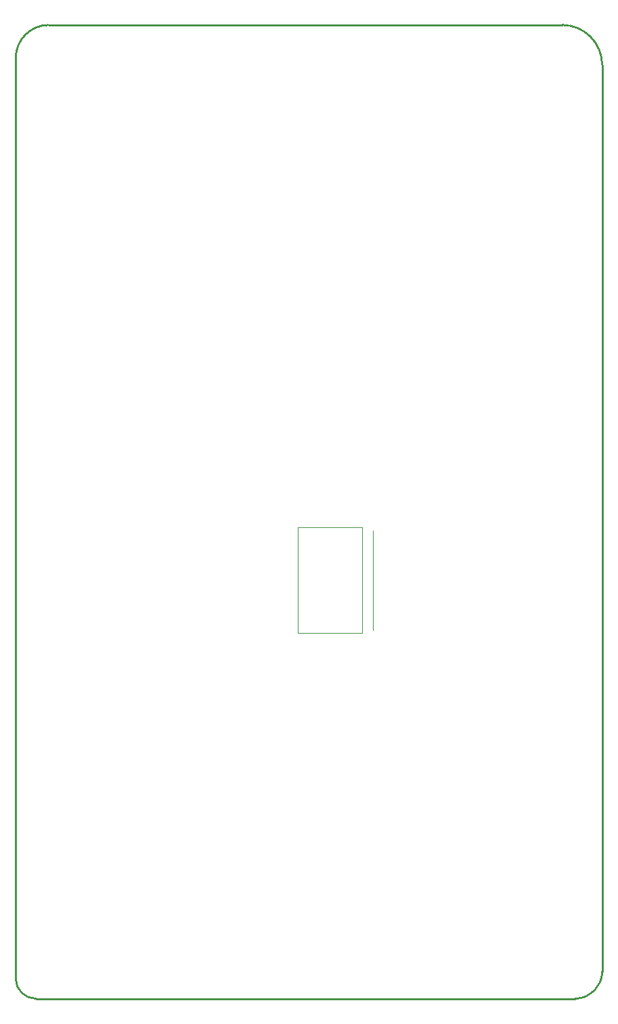
<source format=gm1>
G04*
G04 #@! TF.GenerationSoftware,Altium Limited,Altium Designer,22.8.2 (66)*
G04*
G04 Layer_Color=16711935*
%FSLAX44Y44*%
%MOMM*%
G71*
G04*
G04 #@! TF.SameCoordinates,B0619A4A-581E-4249-BB79-A942B5E0D796*
G04*
G04*
G04 #@! TF.FilePolarity,Positive*
G04*
G01*
G75*
%ADD13C,0.2540*%
%ADD16C,0.0254*%
%ADD17C,0.0500*%
D13*
X700000Y0D02*
G03*
X733500Y33500I0J33500D01*
G01*
X0Y25000D02*
G03*
X25000Y0I25000J0D01*
G01*
X41400Y1216400D02*
G03*
X0Y1175000I0J-41400D01*
G01*
X733500Y1166500D02*
G03*
X683600Y1216400I-49900J0D01*
G01*
X0Y25000D02*
Y1175000D01*
X25000Y0D02*
X700000D01*
X733500Y33500D02*
Y1166500D01*
X41400Y1216400D02*
X683600D01*
X700000Y0D02*
G03*
X733500Y33500I0J33500D01*
G01*
X0Y25000D02*
G03*
X25000Y0I25000J0D01*
G01*
X41400Y1216400D02*
G03*
X0Y1175000I0J-41400D01*
G01*
X733500Y1166500D02*
G03*
X683600Y1216400I-49900J0D01*
G01*
X0Y25000D02*
Y1175000D01*
X25000Y0D02*
X700000D01*
X733500Y33500D02*
Y1166500D01*
X41400Y1216400D02*
X683600D01*
D16*
X446547Y460248D02*
Y584454D01*
Y460248D02*
Y584454D01*
D17*
X353250Y588476D02*
X433145D01*
X353250Y456438D02*
Y588476D01*
Y456438D02*
X433145D01*
Y588476D01*
X353250D02*
X433145D01*
X353250Y456438D02*
Y588476D01*
Y456438D02*
X433145D01*
Y588476D01*
M02*

</source>
